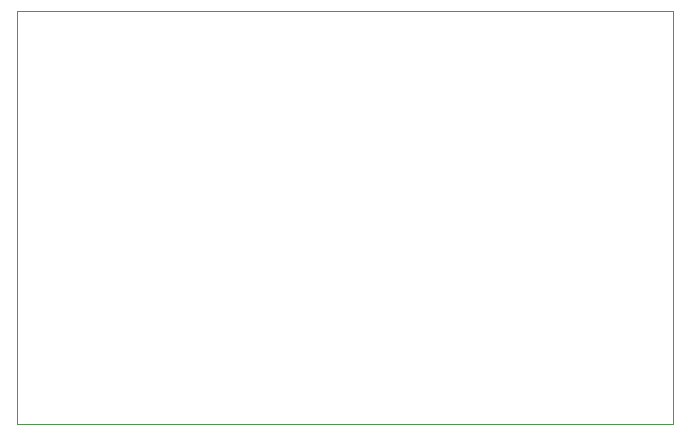
<source format=gm1>
%TF.GenerationSoftware,KiCad,Pcbnew,(5.1.10-1-10_14)*%
%TF.CreationDate,2023-03-19T04:05:07+08:00*%
%TF.ProjectId,GB_MemoryBackup_Subboard_A,47425f4d-656d-46f7-9279-4261636b7570,1.0*%
%TF.SameCoordinates,Original*%
%TF.FileFunction,Profile,NP*%
%FSLAX46Y46*%
G04 Gerber Fmt 4.6, Leading zero omitted, Abs format (unit mm)*
G04 Created by KiCad (PCBNEW (5.1.10-1-10_14)) date 2023-03-19 04:05:07*
%MOMM*%
%LPD*%
G01*
G04 APERTURE LIST*
%TA.AperFunction,Profile*%
%ADD10C,0.100000*%
%TD*%
G04 APERTURE END LIST*
D10*
X197230000Y-81680000D02*
X141730000Y-81680000D01*
X197230000Y-81680000D02*
X197230000Y-116680000D01*
X141730000Y-116680000D02*
X141730000Y-81680000D01*
X197230000Y-116680000D02*
X141730000Y-116680000D01*
M02*

</source>
